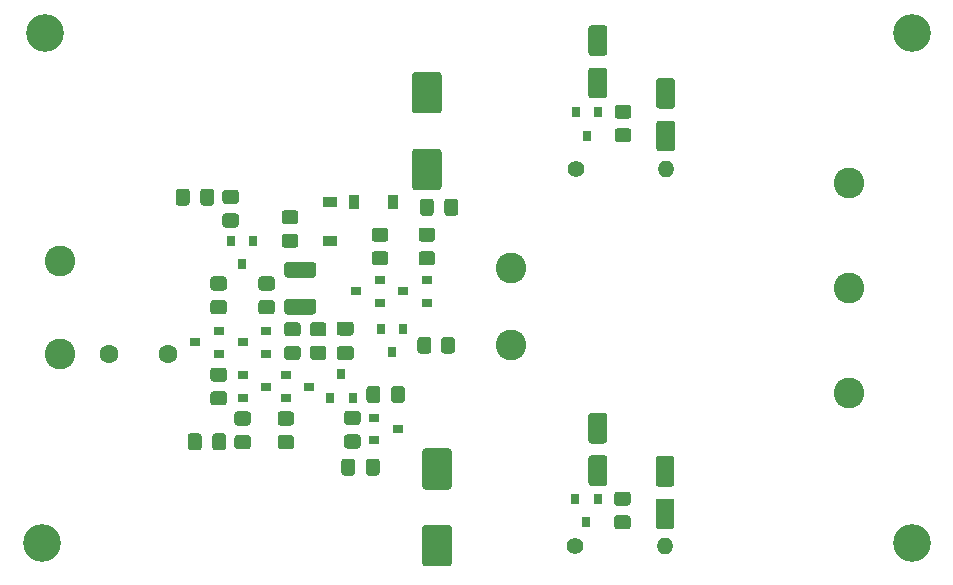
<source format=gbr>
G04 #@! TF.GenerationSoftware,KiCad,Pcbnew,(5.1.7-0-10_14)*
G04 #@! TF.CreationDate,2020-11-05T19:58:30+01:00*
G04 #@! TF.ProjectId,pre-amp-discret,7072652d-616d-4702-9d64-697363726574,rev?*
G04 #@! TF.SameCoordinates,Original*
G04 #@! TF.FileFunction,Soldermask,Top*
G04 #@! TF.FilePolarity,Negative*
%FSLAX46Y46*%
G04 Gerber Fmt 4.6, Leading zero omitted, Abs format (unit mm)*
G04 Created by KiCad (PCBNEW (5.1.7-0-10_14)) date 2020-11-05 19:58:30*
%MOMM*%
%LPD*%
G01*
G04 APERTURE LIST*
%ADD10R,0.900000X0.800000*%
%ADD11R,0.800000X0.900000*%
%ADD12O,1.400000X1.400000*%
%ADD13C,1.400000*%
%ADD14C,2.600000*%
%ADD15C,3.200000*%
%ADD16R,1.200000X0.900000*%
%ADD17R,0.900000X1.200000*%
%ADD18C,1.600000*%
G04 APERTURE END LIST*
D10*
X148659600Y-130286800D03*
X146659600Y-131236800D03*
X146659600Y-129336800D03*
G36*
G01*
X139533300Y-134500600D02*
X139533300Y-135450600D01*
G75*
G02*
X139283300Y-135700600I-250000J0D01*
G01*
X138608300Y-135700600D01*
G75*
G02*
X138358300Y-135450600I0J250000D01*
G01*
X138358300Y-134500600D01*
G75*
G02*
X138608300Y-134250600I250000J0D01*
G01*
X139283300Y-134250600D01*
G75*
G02*
X139533300Y-134500600I0J-250000D01*
G01*
G37*
G36*
G01*
X141608300Y-134500600D02*
X141608300Y-135450600D01*
G75*
G02*
X141358300Y-135700600I-250000J0D01*
G01*
X140683300Y-135700600D01*
G75*
G02*
X140433300Y-135450600I0J250000D01*
G01*
X140433300Y-134500600D01*
G75*
G02*
X140683300Y-134250600I250000J0D01*
G01*
X141358300Y-134250600D01*
G75*
G02*
X141608300Y-134500600I0J-250000D01*
G01*
G37*
G36*
G01*
X139417300Y-114724200D02*
X139417300Y-113774200D01*
G75*
G02*
X139667300Y-113524200I250000J0D01*
G01*
X140342300Y-113524200D01*
G75*
G02*
X140592300Y-113774200I0J-250000D01*
G01*
X140592300Y-114724200D01*
G75*
G02*
X140342300Y-114974200I-250000J0D01*
G01*
X139667300Y-114974200D01*
G75*
G02*
X139417300Y-114724200I0J250000D01*
G01*
G37*
G36*
G01*
X137342300Y-114724200D02*
X137342300Y-113774200D01*
G75*
G02*
X137592300Y-113524200I250000J0D01*
G01*
X138267300Y-113524200D01*
G75*
G02*
X138517300Y-113774200I0J-250000D01*
G01*
X138517300Y-114724200D01*
G75*
G02*
X138267300Y-114974200I-250000J0D01*
G01*
X137592300Y-114974200D01*
G75*
G02*
X137342300Y-114724200I0J250000D01*
G01*
G37*
G36*
G01*
X172525600Y-136114000D02*
X173625600Y-136114000D01*
G75*
G02*
X173875600Y-136364000I0J-250000D01*
G01*
X173875600Y-138464000D01*
G75*
G02*
X173625600Y-138714000I-250000J0D01*
G01*
X172525600Y-138714000D01*
G75*
G02*
X172275600Y-138464000I0J250000D01*
G01*
X172275600Y-136364000D01*
G75*
G02*
X172525600Y-136114000I250000J0D01*
G01*
G37*
G36*
G01*
X172525600Y-132514000D02*
X173625600Y-132514000D01*
G75*
G02*
X173875600Y-132764000I0J-250000D01*
G01*
X173875600Y-134864000D01*
G75*
G02*
X173625600Y-135114000I-250000J0D01*
G01*
X172525600Y-135114000D01*
G75*
G02*
X172275600Y-134864000I0J250000D01*
G01*
X172275600Y-132764000D01*
G75*
G02*
X172525600Y-132514000I250000J0D01*
G01*
G37*
G36*
G01*
X178215200Y-139771600D02*
X179315200Y-139771600D01*
G75*
G02*
X179565200Y-140021600I0J-250000D01*
G01*
X179565200Y-142121600D01*
G75*
G02*
X179315200Y-142371600I-250000J0D01*
G01*
X178215200Y-142371600D01*
G75*
G02*
X177965200Y-142121600I0J250000D01*
G01*
X177965200Y-140021600D01*
G75*
G02*
X178215200Y-139771600I250000J0D01*
G01*
G37*
G36*
G01*
X178215200Y-136171600D02*
X179315200Y-136171600D01*
G75*
G02*
X179565200Y-136421600I0J-250000D01*
G01*
X179565200Y-138521600D01*
G75*
G02*
X179315200Y-138771600I-250000J0D01*
G01*
X178215200Y-138771600D01*
G75*
G02*
X177965200Y-138521600I0J250000D01*
G01*
X177965200Y-136421600D01*
G75*
G02*
X178215200Y-136171600I250000J0D01*
G01*
G37*
G36*
G01*
X173625600Y-102297200D02*
X172525600Y-102297200D01*
G75*
G02*
X172275600Y-102047200I0J250000D01*
G01*
X172275600Y-99947200D01*
G75*
G02*
X172525600Y-99697200I250000J0D01*
G01*
X173625600Y-99697200D01*
G75*
G02*
X173875600Y-99947200I0J-250000D01*
G01*
X173875600Y-102047200D01*
G75*
G02*
X173625600Y-102297200I-250000J0D01*
G01*
G37*
G36*
G01*
X173625600Y-105897200D02*
X172525600Y-105897200D01*
G75*
G02*
X172275600Y-105647200I0J250000D01*
G01*
X172275600Y-103547200D01*
G75*
G02*
X172525600Y-103297200I250000J0D01*
G01*
X173625600Y-103297200D01*
G75*
G02*
X173875600Y-103547200I0J-250000D01*
G01*
X173875600Y-105647200D01*
G75*
G02*
X173625600Y-105897200I-250000J0D01*
G01*
G37*
G36*
G01*
X179366000Y-106767600D02*
X178266000Y-106767600D01*
G75*
G02*
X178016000Y-106517600I0J250000D01*
G01*
X178016000Y-104417600D01*
G75*
G02*
X178266000Y-104167600I250000J0D01*
G01*
X179366000Y-104167600D01*
G75*
G02*
X179616000Y-104417600I0J-250000D01*
G01*
X179616000Y-106517600D01*
G75*
G02*
X179366000Y-106767600I-250000J0D01*
G01*
G37*
G36*
G01*
X179366000Y-110367600D02*
X178266000Y-110367600D01*
G75*
G02*
X178016000Y-110117600I0J250000D01*
G01*
X178016000Y-108017600D01*
G75*
G02*
X178266000Y-107767600I250000J0D01*
G01*
X179366000Y-107767600D01*
G75*
G02*
X179616000Y-108017600I0J-250000D01*
G01*
X179616000Y-110117600D01*
G75*
G02*
X179366000Y-110367600I-250000J0D01*
G01*
G37*
G36*
G01*
X148978801Y-121070800D02*
X146778799Y-121070800D01*
G75*
G02*
X146528800Y-120820801I0J249999D01*
G01*
X146528800Y-119995799D01*
G75*
G02*
X146778799Y-119745800I249999J0D01*
G01*
X148978801Y-119745800D01*
G75*
G02*
X149228800Y-119995799I0J-249999D01*
G01*
X149228800Y-120820801D01*
G75*
G02*
X148978801Y-121070800I-249999J0D01*
G01*
G37*
G36*
G01*
X148978801Y-124195800D02*
X146778799Y-124195800D01*
G75*
G02*
X146528800Y-123945801I0J249999D01*
G01*
X146528800Y-123120799D01*
G75*
G02*
X146778799Y-122870800I249999J0D01*
G01*
X148978801Y-122870800D01*
G75*
G02*
X149228800Y-123120799I0J-249999D01*
G01*
X149228800Y-123945801D01*
G75*
G02*
X148978801Y-124195800I-249999J0D01*
G01*
G37*
G36*
G01*
X152538100Y-136634200D02*
X152538100Y-137584200D01*
G75*
G02*
X152288100Y-137834200I-250000J0D01*
G01*
X151613100Y-137834200D01*
G75*
G02*
X151363100Y-137584200I0J250000D01*
G01*
X151363100Y-136634200D01*
G75*
G02*
X151613100Y-136384200I250000J0D01*
G01*
X152288100Y-136384200D01*
G75*
G02*
X152538100Y-136634200I0J-250000D01*
G01*
G37*
G36*
G01*
X154613100Y-136634200D02*
X154613100Y-137584200D01*
G75*
G02*
X154363100Y-137834200I-250000J0D01*
G01*
X153688100Y-137834200D01*
G75*
G02*
X153438100Y-137584200I0J250000D01*
G01*
X153438100Y-136634200D01*
G75*
G02*
X153688100Y-136384200I250000J0D01*
G01*
X154363100Y-136384200D01*
G75*
G02*
X154613100Y-136634200I0J-250000D01*
G01*
G37*
G36*
G01*
X159185100Y-114637800D02*
X159185100Y-115587800D01*
G75*
G02*
X158935100Y-115837800I-250000J0D01*
G01*
X158260100Y-115837800D01*
G75*
G02*
X158010100Y-115587800I0J250000D01*
G01*
X158010100Y-114637800D01*
G75*
G02*
X158260100Y-114387800I250000J0D01*
G01*
X158935100Y-114387800D01*
G75*
G02*
X159185100Y-114637800I0J-250000D01*
G01*
G37*
G36*
G01*
X161260100Y-114637800D02*
X161260100Y-115587800D01*
G75*
G02*
X161010100Y-115837800I-250000J0D01*
G01*
X160335100Y-115837800D01*
G75*
G02*
X160085100Y-115587800I0J250000D01*
G01*
X160085100Y-114637800D01*
G75*
G02*
X160335100Y-114387800I250000J0D01*
G01*
X161010100Y-114387800D01*
G75*
G02*
X161260100Y-114637800I0J-250000D01*
G01*
G37*
G36*
G01*
X160461200Y-139012800D02*
X158461200Y-139012800D01*
G75*
G02*
X158211200Y-138762800I0J250000D01*
G01*
X158211200Y-135762800D01*
G75*
G02*
X158461200Y-135512800I250000J0D01*
G01*
X160461200Y-135512800D01*
G75*
G02*
X160711200Y-135762800I0J-250000D01*
G01*
X160711200Y-138762800D01*
G75*
G02*
X160461200Y-139012800I-250000J0D01*
G01*
G37*
G36*
G01*
X160461200Y-145512800D02*
X158461200Y-145512800D01*
G75*
G02*
X158211200Y-145262800I0J250000D01*
G01*
X158211200Y-142262800D01*
G75*
G02*
X158461200Y-142012800I250000J0D01*
G01*
X160461200Y-142012800D01*
G75*
G02*
X160711200Y-142262800I0J-250000D01*
G01*
X160711200Y-145262800D01*
G75*
G02*
X160461200Y-145512800I-250000J0D01*
G01*
G37*
G36*
G01*
X159597600Y-107162400D02*
X157597600Y-107162400D01*
G75*
G02*
X157347600Y-106912400I0J250000D01*
G01*
X157347600Y-103912400D01*
G75*
G02*
X157597600Y-103662400I250000J0D01*
G01*
X159597600Y-103662400D01*
G75*
G02*
X159847600Y-103912400I0J-250000D01*
G01*
X159847600Y-106912400D01*
G75*
G02*
X159597600Y-107162400I-250000J0D01*
G01*
G37*
G36*
G01*
X159597600Y-113662400D02*
X157597600Y-113662400D01*
G75*
G02*
X157347600Y-113412400I0J250000D01*
G01*
X157347600Y-110412400D01*
G75*
G02*
X157597600Y-110162400I250000J0D01*
G01*
X159597600Y-110162400D01*
G75*
G02*
X159847600Y-110412400I0J-250000D01*
G01*
X159847600Y-113412400D01*
G75*
G02*
X159597600Y-113662400I-250000J0D01*
G01*
G37*
D11*
X155651200Y-127406400D03*
X154701200Y-125406400D03*
X156601200Y-125406400D03*
G36*
G01*
X141535999Y-115630400D02*
X142436001Y-115630400D01*
G75*
G02*
X142686000Y-115880399I0J-249999D01*
G01*
X142686000Y-116580401D01*
G75*
G02*
X142436001Y-116830400I-249999J0D01*
G01*
X141535999Y-116830400D01*
G75*
G02*
X141286000Y-116580401I0J249999D01*
G01*
X141286000Y-115880399D01*
G75*
G02*
X141535999Y-115630400I249999J0D01*
G01*
G37*
G36*
G01*
X141535999Y-113630400D02*
X142436001Y-113630400D01*
G75*
G02*
X142686000Y-113880399I0J-249999D01*
G01*
X142686000Y-114580401D01*
G75*
G02*
X142436001Y-114830400I-249999J0D01*
G01*
X141535999Y-114830400D01*
G75*
G02*
X141286000Y-114580401I0J249999D01*
G01*
X141286000Y-113880399D01*
G75*
G02*
X141535999Y-113630400I249999J0D01*
G01*
G37*
G36*
G01*
X154663900Y-130487400D02*
X154663900Y-131437400D01*
G75*
G02*
X154413900Y-131687400I-250000J0D01*
G01*
X153738900Y-131687400D01*
G75*
G02*
X153488900Y-131437400I0J250000D01*
G01*
X153488900Y-130487400D01*
G75*
G02*
X153738900Y-130237400I250000J0D01*
G01*
X154413900Y-130237400D01*
G75*
G02*
X154663900Y-130487400I0J-250000D01*
G01*
G37*
G36*
G01*
X156738900Y-130487400D02*
X156738900Y-131437400D01*
G75*
G02*
X156488900Y-131687400I-250000J0D01*
G01*
X155813900Y-131687400D01*
G75*
G02*
X155563900Y-131437400I0J250000D01*
G01*
X155563900Y-130487400D01*
G75*
G02*
X155813900Y-130237400I250000J0D01*
G01*
X156488900Y-130237400D01*
G75*
G02*
X156738900Y-130487400I0J-250000D01*
G01*
G37*
G36*
G01*
X151213800Y-126869700D02*
X152163800Y-126869700D01*
G75*
G02*
X152413800Y-127119700I0J-250000D01*
G01*
X152413800Y-127794700D01*
G75*
G02*
X152163800Y-128044700I-250000J0D01*
G01*
X151213800Y-128044700D01*
G75*
G02*
X150963800Y-127794700I0J250000D01*
G01*
X150963800Y-127119700D01*
G75*
G02*
X151213800Y-126869700I250000J0D01*
G01*
G37*
G36*
G01*
X151213800Y-124794700D02*
X152163800Y-124794700D01*
G75*
G02*
X152413800Y-125044700I0J-250000D01*
G01*
X152413800Y-125719700D01*
G75*
G02*
X152163800Y-125969700I-250000J0D01*
G01*
X151213800Y-125969700D01*
G75*
G02*
X150963800Y-125719700I0J250000D01*
G01*
X150963800Y-125044700D01*
G75*
G02*
X151213800Y-124794700I250000J0D01*
G01*
G37*
D10*
X154635200Y-123190000D03*
X154635200Y-121290000D03*
X152635200Y-122240000D03*
G36*
G01*
X140519999Y-130686000D02*
X141420001Y-130686000D01*
G75*
G02*
X141670000Y-130935999I0J-249999D01*
G01*
X141670000Y-131636001D01*
G75*
G02*
X141420001Y-131886000I-249999J0D01*
G01*
X140519999Y-131886000D01*
G75*
G02*
X140270000Y-131636001I0J249999D01*
G01*
X140270000Y-130935999D01*
G75*
G02*
X140519999Y-130686000I249999J0D01*
G01*
G37*
G36*
G01*
X140519999Y-128686000D02*
X141420001Y-128686000D01*
G75*
G02*
X141670000Y-128935999I0J-249999D01*
G01*
X141670000Y-129636001D01*
G75*
G02*
X141420001Y-129886000I-249999J0D01*
G01*
X140519999Y-129886000D01*
G75*
G02*
X140270000Y-129636001I0J249999D01*
G01*
X140270000Y-128935999D01*
G75*
G02*
X140519999Y-128686000I249999J0D01*
G01*
G37*
D12*
X178765200Y-143814800D03*
D13*
X171145200Y-143814800D03*
G36*
G01*
X174708399Y-141182800D02*
X175608401Y-141182800D01*
G75*
G02*
X175858400Y-141432799I0J-249999D01*
G01*
X175858400Y-142132801D01*
G75*
G02*
X175608401Y-142382800I-249999J0D01*
G01*
X174708399Y-142382800D01*
G75*
G02*
X174458400Y-142132801I0J249999D01*
G01*
X174458400Y-141432799D01*
G75*
G02*
X174708399Y-141182800I249999J0D01*
G01*
G37*
G36*
G01*
X174708399Y-139182800D02*
X175608401Y-139182800D01*
G75*
G02*
X175858400Y-139432799I0J-249999D01*
G01*
X175858400Y-140132801D01*
G75*
G02*
X175608401Y-140382800I-249999J0D01*
G01*
X174708399Y-140382800D01*
G75*
G02*
X174458400Y-140132801I0J249999D01*
G01*
X174458400Y-139432799D01*
G75*
G02*
X174708399Y-139182800I249999J0D01*
G01*
G37*
D12*
X178816000Y-111912400D03*
D13*
X171196000Y-111912400D03*
G36*
G01*
X174759199Y-108416800D02*
X175659201Y-108416800D01*
G75*
G02*
X175909200Y-108666799I0J-249999D01*
G01*
X175909200Y-109366801D01*
G75*
G02*
X175659201Y-109616800I-249999J0D01*
G01*
X174759199Y-109616800D01*
G75*
G02*
X174509200Y-109366801I0J249999D01*
G01*
X174509200Y-108666799D01*
G75*
G02*
X174759199Y-108416800I249999J0D01*
G01*
G37*
G36*
G01*
X174759199Y-106416800D02*
X175659201Y-106416800D01*
G75*
G02*
X175909200Y-106666799I0J-249999D01*
G01*
X175909200Y-107366801D01*
G75*
G02*
X175659201Y-107616800I-249999J0D01*
G01*
X174759199Y-107616800D01*
G75*
G02*
X174509200Y-107366801I0J249999D01*
G01*
X174509200Y-106666799D01*
G75*
G02*
X174759199Y-106416800I249999J0D01*
G01*
G37*
G36*
G01*
X158994400Y-126346799D02*
X158994400Y-127246801D01*
G75*
G02*
X158744401Y-127496800I-249999J0D01*
G01*
X158044399Y-127496800D01*
G75*
G02*
X157794400Y-127246801I0J249999D01*
G01*
X157794400Y-126346799D01*
G75*
G02*
X158044399Y-126096800I249999J0D01*
G01*
X158744401Y-126096800D01*
G75*
G02*
X158994400Y-126346799I0J-249999D01*
G01*
G37*
G36*
G01*
X160994400Y-126346799D02*
X160994400Y-127246801D01*
G75*
G02*
X160744401Y-127496800I-249999J0D01*
G01*
X160044399Y-127496800D01*
G75*
G02*
X159794400Y-127246801I0J249999D01*
G01*
X159794400Y-126346799D01*
G75*
G02*
X160044399Y-126096800I249999J0D01*
G01*
X160744401Y-126096800D01*
G75*
G02*
X160994400Y-126346799I0J-249999D01*
G01*
G37*
G36*
G01*
X154185199Y-118830800D02*
X155085201Y-118830800D01*
G75*
G02*
X155335200Y-119080799I0J-249999D01*
G01*
X155335200Y-119780801D01*
G75*
G02*
X155085201Y-120030800I-249999J0D01*
G01*
X154185199Y-120030800D01*
G75*
G02*
X153935200Y-119780801I0J249999D01*
G01*
X153935200Y-119080799D01*
G75*
G02*
X154185199Y-118830800I249999J0D01*
G01*
G37*
G36*
G01*
X154185199Y-116830800D02*
X155085201Y-116830800D01*
G75*
G02*
X155335200Y-117080799I0J-249999D01*
G01*
X155335200Y-117780801D01*
G75*
G02*
X155085201Y-118030800I-249999J0D01*
G01*
X154185199Y-118030800D01*
G75*
G02*
X153935200Y-117780801I0J249999D01*
G01*
X153935200Y-117080799D01*
G75*
G02*
X154185199Y-116830800I249999J0D01*
G01*
G37*
G36*
G01*
X158147599Y-118830800D02*
X159047601Y-118830800D01*
G75*
G02*
X159297600Y-119080799I0J-249999D01*
G01*
X159297600Y-119780801D01*
G75*
G02*
X159047601Y-120030800I-249999J0D01*
G01*
X158147599Y-120030800D01*
G75*
G02*
X157897600Y-119780801I0J249999D01*
G01*
X157897600Y-119080799D01*
G75*
G02*
X158147599Y-118830800I249999J0D01*
G01*
G37*
G36*
G01*
X158147599Y-116830800D02*
X159047601Y-116830800D01*
G75*
G02*
X159297600Y-117080799I0J-249999D01*
G01*
X159297600Y-117780801D01*
G75*
G02*
X159047601Y-118030800I-249999J0D01*
G01*
X158147599Y-118030800D01*
G75*
G02*
X157897600Y-117780801I0J249999D01*
G01*
X157897600Y-117080799D01*
G75*
G02*
X158147599Y-116830800I249999J0D01*
G01*
G37*
G36*
G01*
X151848399Y-134343600D02*
X152748401Y-134343600D01*
G75*
G02*
X152998400Y-134593599I0J-249999D01*
G01*
X152998400Y-135293601D01*
G75*
G02*
X152748401Y-135543600I-249999J0D01*
G01*
X151848399Y-135543600D01*
G75*
G02*
X151598400Y-135293601I0J249999D01*
G01*
X151598400Y-134593599D01*
G75*
G02*
X151848399Y-134343600I249999J0D01*
G01*
G37*
G36*
G01*
X151848399Y-132343600D02*
X152748401Y-132343600D01*
G75*
G02*
X152998400Y-132593599I0J-249999D01*
G01*
X152998400Y-133293601D01*
G75*
G02*
X152748401Y-133543600I-249999J0D01*
G01*
X151848399Y-133543600D01*
G75*
G02*
X151598400Y-133293601I0J249999D01*
G01*
X151598400Y-132593599D01*
G75*
G02*
X151848399Y-132343600I249999J0D01*
G01*
G37*
G36*
G01*
X148952799Y-126844500D02*
X149852801Y-126844500D01*
G75*
G02*
X150102800Y-127094499I0J-249999D01*
G01*
X150102800Y-127794501D01*
G75*
G02*
X149852801Y-128044500I-249999J0D01*
G01*
X148952799Y-128044500D01*
G75*
G02*
X148702800Y-127794501I0J249999D01*
G01*
X148702800Y-127094499D01*
G75*
G02*
X148952799Y-126844500I249999J0D01*
G01*
G37*
G36*
G01*
X148952799Y-124844500D02*
X149852801Y-124844500D01*
G75*
G02*
X150102800Y-125094499I0J-249999D01*
G01*
X150102800Y-125794501D01*
G75*
G02*
X149852801Y-126044500I-249999J0D01*
G01*
X148952799Y-126044500D01*
G75*
G02*
X148702800Y-125794501I0J249999D01*
G01*
X148702800Y-125094499D01*
G75*
G02*
X148952799Y-124844500I249999J0D01*
G01*
G37*
G36*
G01*
X147668401Y-126044500D02*
X146768399Y-126044500D01*
G75*
G02*
X146518400Y-125794501I0J249999D01*
G01*
X146518400Y-125094499D01*
G75*
G02*
X146768399Y-124844500I249999J0D01*
G01*
X147668401Y-124844500D01*
G75*
G02*
X147918400Y-125094499I0J-249999D01*
G01*
X147918400Y-125794501D01*
G75*
G02*
X147668401Y-126044500I-249999J0D01*
G01*
G37*
G36*
G01*
X147668401Y-128044500D02*
X146768399Y-128044500D01*
G75*
G02*
X146518400Y-127794501I0J249999D01*
G01*
X146518400Y-127094499D01*
G75*
G02*
X146768399Y-126844500I249999J0D01*
G01*
X147668401Y-126844500D01*
G75*
G02*
X147918400Y-127094499I0J-249999D01*
G01*
X147918400Y-127794501D01*
G75*
G02*
X147668401Y-128044500I-249999J0D01*
G01*
G37*
G36*
G01*
X147465201Y-116557600D02*
X146565199Y-116557600D01*
G75*
G02*
X146315200Y-116307601I0J249999D01*
G01*
X146315200Y-115607599D01*
G75*
G02*
X146565199Y-115357600I249999J0D01*
G01*
X147465201Y-115357600D01*
G75*
G02*
X147715200Y-115607599I0J-249999D01*
G01*
X147715200Y-116307601D01*
G75*
G02*
X147465201Y-116557600I-249999J0D01*
G01*
G37*
G36*
G01*
X147465201Y-118557600D02*
X146565199Y-118557600D01*
G75*
G02*
X146315200Y-118307601I0J249999D01*
G01*
X146315200Y-117607599D01*
G75*
G02*
X146565199Y-117357600I249999J0D01*
G01*
X147465201Y-117357600D01*
G75*
G02*
X147715200Y-117607599I0J-249999D01*
G01*
X147715200Y-118307601D01*
G75*
G02*
X147465201Y-118557600I-249999J0D01*
G01*
G37*
G36*
G01*
X146209599Y-134394400D02*
X147109601Y-134394400D01*
G75*
G02*
X147359600Y-134644399I0J-249999D01*
G01*
X147359600Y-135344401D01*
G75*
G02*
X147109601Y-135594400I-249999J0D01*
G01*
X146209599Y-135594400D01*
G75*
G02*
X145959600Y-135344401I0J249999D01*
G01*
X145959600Y-134644399D01*
G75*
G02*
X146209599Y-134394400I249999J0D01*
G01*
G37*
G36*
G01*
X146209599Y-132394400D02*
X147109601Y-132394400D01*
G75*
G02*
X147359600Y-132644399I0J-249999D01*
G01*
X147359600Y-133344401D01*
G75*
G02*
X147109601Y-133594400I-249999J0D01*
G01*
X146209599Y-133594400D01*
G75*
G02*
X145959600Y-133344401I0J249999D01*
G01*
X145959600Y-132644399D01*
G75*
G02*
X146209599Y-132394400I249999J0D01*
G01*
G37*
G36*
G01*
X144583999Y-122971000D02*
X145484001Y-122971000D01*
G75*
G02*
X145734000Y-123220999I0J-249999D01*
G01*
X145734000Y-123921001D01*
G75*
G02*
X145484001Y-124171000I-249999J0D01*
G01*
X144583999Y-124171000D01*
G75*
G02*
X144334000Y-123921001I0J249999D01*
G01*
X144334000Y-123220999D01*
G75*
G02*
X144583999Y-122971000I249999J0D01*
G01*
G37*
G36*
G01*
X144583999Y-120971000D02*
X145484001Y-120971000D01*
G75*
G02*
X145734000Y-121220999I0J-249999D01*
G01*
X145734000Y-121921001D01*
G75*
G02*
X145484001Y-122171000I-249999J0D01*
G01*
X144583999Y-122171000D01*
G75*
G02*
X144334000Y-121921001I0J249999D01*
G01*
X144334000Y-121220999D01*
G75*
G02*
X144583999Y-120971000I249999J0D01*
G01*
G37*
G36*
G01*
X142551999Y-134394400D02*
X143452001Y-134394400D01*
G75*
G02*
X143702000Y-134644399I0J-249999D01*
G01*
X143702000Y-135344401D01*
G75*
G02*
X143452001Y-135594400I-249999J0D01*
G01*
X142551999Y-135594400D01*
G75*
G02*
X142302000Y-135344401I0J249999D01*
G01*
X142302000Y-134644399D01*
G75*
G02*
X142551999Y-134394400I249999J0D01*
G01*
G37*
G36*
G01*
X142551999Y-132394400D02*
X143452001Y-132394400D01*
G75*
G02*
X143702000Y-132644399I0J-249999D01*
G01*
X143702000Y-133344401D01*
G75*
G02*
X143452001Y-133594400I-249999J0D01*
G01*
X142551999Y-133594400D01*
G75*
G02*
X142302000Y-133344401I0J249999D01*
G01*
X142302000Y-132644399D01*
G75*
G02*
X142551999Y-132394400I249999J0D01*
G01*
G37*
G36*
G01*
X140519999Y-122971000D02*
X141420001Y-122971000D01*
G75*
G02*
X141670000Y-123220999I0J-249999D01*
G01*
X141670000Y-123921001D01*
G75*
G02*
X141420001Y-124171000I-249999J0D01*
G01*
X140519999Y-124171000D01*
G75*
G02*
X140270000Y-123921001I0J249999D01*
G01*
X140270000Y-123220999D01*
G75*
G02*
X140519999Y-122971000I249999J0D01*
G01*
G37*
G36*
G01*
X140519999Y-120971000D02*
X141420001Y-120971000D01*
G75*
G02*
X141670000Y-121220999I0J-249999D01*
G01*
X141670000Y-121921001D01*
G75*
G02*
X141420001Y-122171000I-249999J0D01*
G01*
X140519999Y-122171000D01*
G75*
G02*
X140270000Y-121921001I0J249999D01*
G01*
X140270000Y-121220999D01*
G75*
G02*
X140519999Y-120971000I249999J0D01*
G01*
G37*
D11*
X172110400Y-141782800D03*
X171160400Y-139782800D03*
X173060400Y-139782800D03*
X172146000Y-109035600D03*
X171196000Y-107035600D03*
X173096000Y-107035600D03*
D10*
X156127200Y-133893600D03*
X154127200Y-134843600D03*
X154127200Y-132943600D03*
X156597600Y-122240000D03*
X158597600Y-121290000D03*
X158597600Y-123190000D03*
D11*
X151368800Y-129267200D03*
X152318800Y-131267200D03*
X150418800Y-131267200D03*
D10*
X143002000Y-126555500D03*
X145002000Y-125605500D03*
X145002000Y-127505500D03*
D11*
X142938500Y-119951500D03*
X141988500Y-117951500D03*
X143888500Y-117951500D03*
D10*
X145002000Y-130286800D03*
X143002000Y-131236800D03*
X143002000Y-129336800D03*
X138970000Y-126558000D03*
X140970000Y-125608000D03*
X140970000Y-127508000D03*
D14*
X165760400Y-120243600D03*
X165709600Y-126796800D03*
X194310000Y-121920000D03*
X127508000Y-127508000D03*
X194310000Y-130810000D03*
X127508000Y-119634000D03*
X194310000Y-113030000D03*
D15*
X126238000Y-100330000D03*
X125984000Y-143510000D03*
X199644000Y-143510000D03*
X199644000Y-100330000D03*
D16*
X150418800Y-114657600D03*
X150418800Y-117957600D03*
D17*
X155750800Y-114655600D03*
X152450800Y-114655600D03*
D18*
X131652000Y-127508000D03*
X136652000Y-127508000D03*
M02*

</source>
